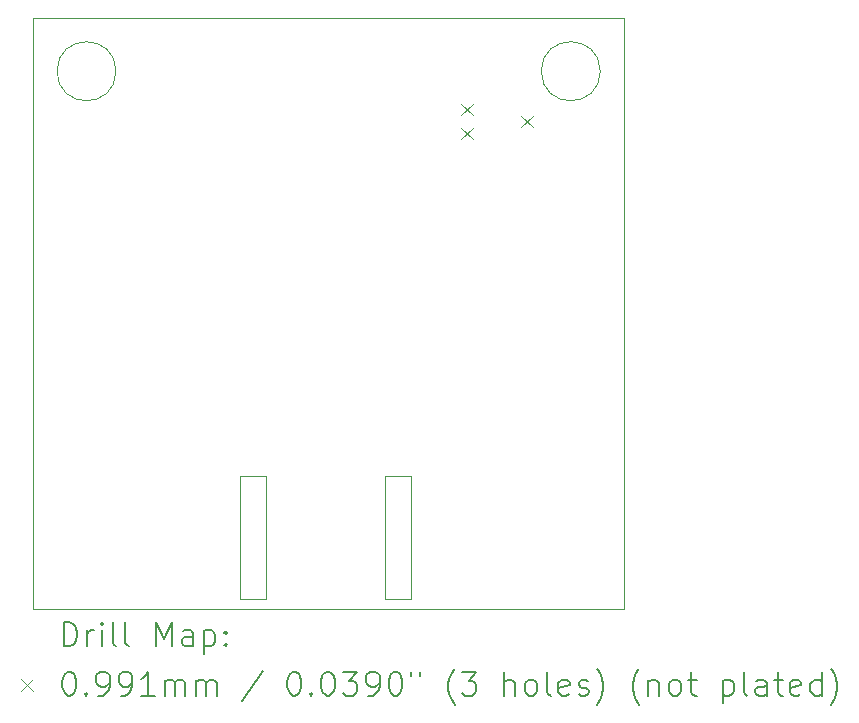
<source format=gbr>
%TF.GenerationSoftware,KiCad,Pcbnew,8.0.4*%
%TF.CreationDate,2024-08-22T20:56:23+02:00*%
%TF.ProjectId,Probe,50726f62-652e-46b6-9963-61645f706362,v1*%
%TF.SameCoordinates,Original*%
%TF.FileFunction,Drillmap*%
%TF.FilePolarity,Positive*%
%FSLAX45Y45*%
G04 Gerber Fmt 4.5, Leading zero omitted, Abs format (unit mm)*
G04 Created by KiCad (PCBNEW 8.0.4) date 2024-08-22 20:56:23*
%MOMM*%
%LPD*%
G01*
G04 APERTURE LIST*
%ADD10C,0.100000*%
%ADD11C,0.050000*%
%ADD12C,0.200000*%
G04 APERTURE END LIST*
D10*
X14800000Y-5450000D02*
G75*
G02*
X14300000Y-5450000I-250000J0D01*
G01*
X14300000Y-5450000D02*
G75*
G02*
X14800000Y-5450000I250000J0D01*
G01*
X10000000Y-5000000D02*
X15000000Y-5000000D01*
X15000000Y-10000000D01*
X10000000Y-10000000D01*
X10000000Y-5000000D01*
X10700000Y-5450000D02*
G75*
G02*
X10200000Y-5450000I-250000J0D01*
G01*
X10200000Y-5450000D02*
G75*
G02*
X10700000Y-5450000I250000J0D01*
G01*
D11*
X11750000Y-8880000D02*
X11970000Y-8880000D01*
X11970000Y-9920000D01*
X11750000Y-9920000D01*
X11750000Y-8880000D01*
X13200000Y-9920000D02*
X12980000Y-9920000D01*
X12980000Y-8880000D01*
X13200000Y-8880000D01*
X13200000Y-9920000D01*
D12*
D10*
X13621470Y-5723870D02*
X13720530Y-5822930D01*
X13720530Y-5723870D02*
X13621470Y-5822930D01*
X13621470Y-5927070D02*
X13720530Y-6026130D01*
X13720530Y-5927070D02*
X13621470Y-6026130D01*
X14129470Y-5825470D02*
X14228530Y-5924530D01*
X14228530Y-5825470D02*
X14129470Y-5924530D01*
D12*
X10255777Y-10316484D02*
X10255777Y-10116484D01*
X10255777Y-10116484D02*
X10303396Y-10116484D01*
X10303396Y-10116484D02*
X10331967Y-10126008D01*
X10331967Y-10126008D02*
X10351015Y-10145055D01*
X10351015Y-10145055D02*
X10360539Y-10164103D01*
X10360539Y-10164103D02*
X10370063Y-10202198D01*
X10370063Y-10202198D02*
X10370063Y-10230770D01*
X10370063Y-10230770D02*
X10360539Y-10268865D01*
X10360539Y-10268865D02*
X10351015Y-10287912D01*
X10351015Y-10287912D02*
X10331967Y-10306960D01*
X10331967Y-10306960D02*
X10303396Y-10316484D01*
X10303396Y-10316484D02*
X10255777Y-10316484D01*
X10455777Y-10316484D02*
X10455777Y-10183150D01*
X10455777Y-10221246D02*
X10465301Y-10202198D01*
X10465301Y-10202198D02*
X10474824Y-10192674D01*
X10474824Y-10192674D02*
X10493872Y-10183150D01*
X10493872Y-10183150D02*
X10512920Y-10183150D01*
X10579586Y-10316484D02*
X10579586Y-10183150D01*
X10579586Y-10116484D02*
X10570063Y-10126008D01*
X10570063Y-10126008D02*
X10579586Y-10135531D01*
X10579586Y-10135531D02*
X10589110Y-10126008D01*
X10589110Y-10126008D02*
X10579586Y-10116484D01*
X10579586Y-10116484D02*
X10579586Y-10135531D01*
X10703396Y-10316484D02*
X10684348Y-10306960D01*
X10684348Y-10306960D02*
X10674824Y-10287912D01*
X10674824Y-10287912D02*
X10674824Y-10116484D01*
X10808158Y-10316484D02*
X10789110Y-10306960D01*
X10789110Y-10306960D02*
X10779586Y-10287912D01*
X10779586Y-10287912D02*
X10779586Y-10116484D01*
X11036729Y-10316484D02*
X11036729Y-10116484D01*
X11036729Y-10116484D02*
X11103396Y-10259341D01*
X11103396Y-10259341D02*
X11170063Y-10116484D01*
X11170063Y-10116484D02*
X11170063Y-10316484D01*
X11351015Y-10316484D02*
X11351015Y-10211722D01*
X11351015Y-10211722D02*
X11341491Y-10192674D01*
X11341491Y-10192674D02*
X11322443Y-10183150D01*
X11322443Y-10183150D02*
X11284348Y-10183150D01*
X11284348Y-10183150D02*
X11265301Y-10192674D01*
X11351015Y-10306960D02*
X11331967Y-10316484D01*
X11331967Y-10316484D02*
X11284348Y-10316484D01*
X11284348Y-10316484D02*
X11265301Y-10306960D01*
X11265301Y-10306960D02*
X11255777Y-10287912D01*
X11255777Y-10287912D02*
X11255777Y-10268865D01*
X11255777Y-10268865D02*
X11265301Y-10249817D01*
X11265301Y-10249817D02*
X11284348Y-10240293D01*
X11284348Y-10240293D02*
X11331967Y-10240293D01*
X11331967Y-10240293D02*
X11351015Y-10230770D01*
X11446253Y-10183150D02*
X11446253Y-10383150D01*
X11446253Y-10192674D02*
X11465301Y-10183150D01*
X11465301Y-10183150D02*
X11503396Y-10183150D01*
X11503396Y-10183150D02*
X11522443Y-10192674D01*
X11522443Y-10192674D02*
X11531967Y-10202198D01*
X11531967Y-10202198D02*
X11541491Y-10221246D01*
X11541491Y-10221246D02*
X11541491Y-10278389D01*
X11541491Y-10278389D02*
X11531967Y-10297436D01*
X11531967Y-10297436D02*
X11522443Y-10306960D01*
X11522443Y-10306960D02*
X11503396Y-10316484D01*
X11503396Y-10316484D02*
X11465301Y-10316484D01*
X11465301Y-10316484D02*
X11446253Y-10306960D01*
X11627205Y-10297436D02*
X11636729Y-10306960D01*
X11636729Y-10306960D02*
X11627205Y-10316484D01*
X11627205Y-10316484D02*
X11617682Y-10306960D01*
X11617682Y-10306960D02*
X11627205Y-10297436D01*
X11627205Y-10297436D02*
X11627205Y-10316484D01*
X11627205Y-10192674D02*
X11636729Y-10202198D01*
X11636729Y-10202198D02*
X11627205Y-10211722D01*
X11627205Y-10211722D02*
X11617682Y-10202198D01*
X11617682Y-10202198D02*
X11627205Y-10192674D01*
X11627205Y-10192674D02*
X11627205Y-10211722D01*
D10*
X9895940Y-10595470D02*
X9995000Y-10694530D01*
X9995000Y-10595470D02*
X9895940Y-10694530D01*
D12*
X10293872Y-10536484D02*
X10312920Y-10536484D01*
X10312920Y-10536484D02*
X10331967Y-10546008D01*
X10331967Y-10546008D02*
X10341491Y-10555531D01*
X10341491Y-10555531D02*
X10351015Y-10574579D01*
X10351015Y-10574579D02*
X10360539Y-10612674D01*
X10360539Y-10612674D02*
X10360539Y-10660293D01*
X10360539Y-10660293D02*
X10351015Y-10698389D01*
X10351015Y-10698389D02*
X10341491Y-10717436D01*
X10341491Y-10717436D02*
X10331967Y-10726960D01*
X10331967Y-10726960D02*
X10312920Y-10736484D01*
X10312920Y-10736484D02*
X10293872Y-10736484D01*
X10293872Y-10736484D02*
X10274824Y-10726960D01*
X10274824Y-10726960D02*
X10265301Y-10717436D01*
X10265301Y-10717436D02*
X10255777Y-10698389D01*
X10255777Y-10698389D02*
X10246253Y-10660293D01*
X10246253Y-10660293D02*
X10246253Y-10612674D01*
X10246253Y-10612674D02*
X10255777Y-10574579D01*
X10255777Y-10574579D02*
X10265301Y-10555531D01*
X10265301Y-10555531D02*
X10274824Y-10546008D01*
X10274824Y-10546008D02*
X10293872Y-10536484D01*
X10446253Y-10717436D02*
X10455777Y-10726960D01*
X10455777Y-10726960D02*
X10446253Y-10736484D01*
X10446253Y-10736484D02*
X10436729Y-10726960D01*
X10436729Y-10726960D02*
X10446253Y-10717436D01*
X10446253Y-10717436D02*
X10446253Y-10736484D01*
X10551015Y-10736484D02*
X10589110Y-10736484D01*
X10589110Y-10736484D02*
X10608158Y-10726960D01*
X10608158Y-10726960D02*
X10617682Y-10717436D01*
X10617682Y-10717436D02*
X10636729Y-10688865D01*
X10636729Y-10688865D02*
X10646253Y-10650770D01*
X10646253Y-10650770D02*
X10646253Y-10574579D01*
X10646253Y-10574579D02*
X10636729Y-10555531D01*
X10636729Y-10555531D02*
X10627205Y-10546008D01*
X10627205Y-10546008D02*
X10608158Y-10536484D01*
X10608158Y-10536484D02*
X10570063Y-10536484D01*
X10570063Y-10536484D02*
X10551015Y-10546008D01*
X10551015Y-10546008D02*
X10541491Y-10555531D01*
X10541491Y-10555531D02*
X10531967Y-10574579D01*
X10531967Y-10574579D02*
X10531967Y-10622198D01*
X10531967Y-10622198D02*
X10541491Y-10641246D01*
X10541491Y-10641246D02*
X10551015Y-10650770D01*
X10551015Y-10650770D02*
X10570063Y-10660293D01*
X10570063Y-10660293D02*
X10608158Y-10660293D01*
X10608158Y-10660293D02*
X10627205Y-10650770D01*
X10627205Y-10650770D02*
X10636729Y-10641246D01*
X10636729Y-10641246D02*
X10646253Y-10622198D01*
X10741491Y-10736484D02*
X10779586Y-10736484D01*
X10779586Y-10736484D02*
X10798634Y-10726960D01*
X10798634Y-10726960D02*
X10808158Y-10717436D01*
X10808158Y-10717436D02*
X10827205Y-10688865D01*
X10827205Y-10688865D02*
X10836729Y-10650770D01*
X10836729Y-10650770D02*
X10836729Y-10574579D01*
X10836729Y-10574579D02*
X10827205Y-10555531D01*
X10827205Y-10555531D02*
X10817682Y-10546008D01*
X10817682Y-10546008D02*
X10798634Y-10536484D01*
X10798634Y-10536484D02*
X10760539Y-10536484D01*
X10760539Y-10536484D02*
X10741491Y-10546008D01*
X10741491Y-10546008D02*
X10731967Y-10555531D01*
X10731967Y-10555531D02*
X10722444Y-10574579D01*
X10722444Y-10574579D02*
X10722444Y-10622198D01*
X10722444Y-10622198D02*
X10731967Y-10641246D01*
X10731967Y-10641246D02*
X10741491Y-10650770D01*
X10741491Y-10650770D02*
X10760539Y-10660293D01*
X10760539Y-10660293D02*
X10798634Y-10660293D01*
X10798634Y-10660293D02*
X10817682Y-10650770D01*
X10817682Y-10650770D02*
X10827205Y-10641246D01*
X10827205Y-10641246D02*
X10836729Y-10622198D01*
X11027205Y-10736484D02*
X10912920Y-10736484D01*
X10970063Y-10736484D02*
X10970063Y-10536484D01*
X10970063Y-10536484D02*
X10951015Y-10565055D01*
X10951015Y-10565055D02*
X10931967Y-10584103D01*
X10931967Y-10584103D02*
X10912920Y-10593627D01*
X11112920Y-10736484D02*
X11112920Y-10603150D01*
X11112920Y-10622198D02*
X11122444Y-10612674D01*
X11122444Y-10612674D02*
X11141491Y-10603150D01*
X11141491Y-10603150D02*
X11170063Y-10603150D01*
X11170063Y-10603150D02*
X11189110Y-10612674D01*
X11189110Y-10612674D02*
X11198634Y-10631722D01*
X11198634Y-10631722D02*
X11198634Y-10736484D01*
X11198634Y-10631722D02*
X11208158Y-10612674D01*
X11208158Y-10612674D02*
X11227205Y-10603150D01*
X11227205Y-10603150D02*
X11255777Y-10603150D01*
X11255777Y-10603150D02*
X11274824Y-10612674D01*
X11274824Y-10612674D02*
X11284348Y-10631722D01*
X11284348Y-10631722D02*
X11284348Y-10736484D01*
X11379586Y-10736484D02*
X11379586Y-10603150D01*
X11379586Y-10622198D02*
X11389110Y-10612674D01*
X11389110Y-10612674D02*
X11408158Y-10603150D01*
X11408158Y-10603150D02*
X11436729Y-10603150D01*
X11436729Y-10603150D02*
X11455777Y-10612674D01*
X11455777Y-10612674D02*
X11465301Y-10631722D01*
X11465301Y-10631722D02*
X11465301Y-10736484D01*
X11465301Y-10631722D02*
X11474824Y-10612674D01*
X11474824Y-10612674D02*
X11493872Y-10603150D01*
X11493872Y-10603150D02*
X11522443Y-10603150D01*
X11522443Y-10603150D02*
X11541491Y-10612674D01*
X11541491Y-10612674D02*
X11551015Y-10631722D01*
X11551015Y-10631722D02*
X11551015Y-10736484D01*
X11941491Y-10526960D02*
X11770063Y-10784103D01*
X12198634Y-10536484D02*
X12217682Y-10536484D01*
X12217682Y-10536484D02*
X12236729Y-10546008D01*
X12236729Y-10546008D02*
X12246253Y-10555531D01*
X12246253Y-10555531D02*
X12255777Y-10574579D01*
X12255777Y-10574579D02*
X12265301Y-10612674D01*
X12265301Y-10612674D02*
X12265301Y-10660293D01*
X12265301Y-10660293D02*
X12255777Y-10698389D01*
X12255777Y-10698389D02*
X12246253Y-10717436D01*
X12246253Y-10717436D02*
X12236729Y-10726960D01*
X12236729Y-10726960D02*
X12217682Y-10736484D01*
X12217682Y-10736484D02*
X12198634Y-10736484D01*
X12198634Y-10736484D02*
X12179586Y-10726960D01*
X12179586Y-10726960D02*
X12170063Y-10717436D01*
X12170063Y-10717436D02*
X12160539Y-10698389D01*
X12160539Y-10698389D02*
X12151015Y-10660293D01*
X12151015Y-10660293D02*
X12151015Y-10612674D01*
X12151015Y-10612674D02*
X12160539Y-10574579D01*
X12160539Y-10574579D02*
X12170063Y-10555531D01*
X12170063Y-10555531D02*
X12179586Y-10546008D01*
X12179586Y-10546008D02*
X12198634Y-10536484D01*
X12351015Y-10717436D02*
X12360539Y-10726960D01*
X12360539Y-10726960D02*
X12351015Y-10736484D01*
X12351015Y-10736484D02*
X12341491Y-10726960D01*
X12341491Y-10726960D02*
X12351015Y-10717436D01*
X12351015Y-10717436D02*
X12351015Y-10736484D01*
X12484348Y-10536484D02*
X12503396Y-10536484D01*
X12503396Y-10536484D02*
X12522444Y-10546008D01*
X12522444Y-10546008D02*
X12531967Y-10555531D01*
X12531967Y-10555531D02*
X12541491Y-10574579D01*
X12541491Y-10574579D02*
X12551015Y-10612674D01*
X12551015Y-10612674D02*
X12551015Y-10660293D01*
X12551015Y-10660293D02*
X12541491Y-10698389D01*
X12541491Y-10698389D02*
X12531967Y-10717436D01*
X12531967Y-10717436D02*
X12522444Y-10726960D01*
X12522444Y-10726960D02*
X12503396Y-10736484D01*
X12503396Y-10736484D02*
X12484348Y-10736484D01*
X12484348Y-10736484D02*
X12465301Y-10726960D01*
X12465301Y-10726960D02*
X12455777Y-10717436D01*
X12455777Y-10717436D02*
X12446253Y-10698389D01*
X12446253Y-10698389D02*
X12436729Y-10660293D01*
X12436729Y-10660293D02*
X12436729Y-10612674D01*
X12436729Y-10612674D02*
X12446253Y-10574579D01*
X12446253Y-10574579D02*
X12455777Y-10555531D01*
X12455777Y-10555531D02*
X12465301Y-10546008D01*
X12465301Y-10546008D02*
X12484348Y-10536484D01*
X12617682Y-10536484D02*
X12741491Y-10536484D01*
X12741491Y-10536484D02*
X12674825Y-10612674D01*
X12674825Y-10612674D02*
X12703396Y-10612674D01*
X12703396Y-10612674D02*
X12722444Y-10622198D01*
X12722444Y-10622198D02*
X12731967Y-10631722D01*
X12731967Y-10631722D02*
X12741491Y-10650770D01*
X12741491Y-10650770D02*
X12741491Y-10698389D01*
X12741491Y-10698389D02*
X12731967Y-10717436D01*
X12731967Y-10717436D02*
X12722444Y-10726960D01*
X12722444Y-10726960D02*
X12703396Y-10736484D01*
X12703396Y-10736484D02*
X12646253Y-10736484D01*
X12646253Y-10736484D02*
X12627206Y-10726960D01*
X12627206Y-10726960D02*
X12617682Y-10717436D01*
X12836729Y-10736484D02*
X12874825Y-10736484D01*
X12874825Y-10736484D02*
X12893872Y-10726960D01*
X12893872Y-10726960D02*
X12903396Y-10717436D01*
X12903396Y-10717436D02*
X12922444Y-10688865D01*
X12922444Y-10688865D02*
X12931967Y-10650770D01*
X12931967Y-10650770D02*
X12931967Y-10574579D01*
X12931967Y-10574579D02*
X12922444Y-10555531D01*
X12922444Y-10555531D02*
X12912920Y-10546008D01*
X12912920Y-10546008D02*
X12893872Y-10536484D01*
X12893872Y-10536484D02*
X12855777Y-10536484D01*
X12855777Y-10536484D02*
X12836729Y-10546008D01*
X12836729Y-10546008D02*
X12827206Y-10555531D01*
X12827206Y-10555531D02*
X12817682Y-10574579D01*
X12817682Y-10574579D02*
X12817682Y-10622198D01*
X12817682Y-10622198D02*
X12827206Y-10641246D01*
X12827206Y-10641246D02*
X12836729Y-10650770D01*
X12836729Y-10650770D02*
X12855777Y-10660293D01*
X12855777Y-10660293D02*
X12893872Y-10660293D01*
X12893872Y-10660293D02*
X12912920Y-10650770D01*
X12912920Y-10650770D02*
X12922444Y-10641246D01*
X12922444Y-10641246D02*
X12931967Y-10622198D01*
X13055777Y-10536484D02*
X13074825Y-10536484D01*
X13074825Y-10536484D02*
X13093872Y-10546008D01*
X13093872Y-10546008D02*
X13103396Y-10555531D01*
X13103396Y-10555531D02*
X13112920Y-10574579D01*
X13112920Y-10574579D02*
X13122444Y-10612674D01*
X13122444Y-10612674D02*
X13122444Y-10660293D01*
X13122444Y-10660293D02*
X13112920Y-10698389D01*
X13112920Y-10698389D02*
X13103396Y-10717436D01*
X13103396Y-10717436D02*
X13093872Y-10726960D01*
X13093872Y-10726960D02*
X13074825Y-10736484D01*
X13074825Y-10736484D02*
X13055777Y-10736484D01*
X13055777Y-10736484D02*
X13036729Y-10726960D01*
X13036729Y-10726960D02*
X13027206Y-10717436D01*
X13027206Y-10717436D02*
X13017682Y-10698389D01*
X13017682Y-10698389D02*
X13008158Y-10660293D01*
X13008158Y-10660293D02*
X13008158Y-10612674D01*
X13008158Y-10612674D02*
X13017682Y-10574579D01*
X13017682Y-10574579D02*
X13027206Y-10555531D01*
X13027206Y-10555531D02*
X13036729Y-10546008D01*
X13036729Y-10546008D02*
X13055777Y-10536484D01*
X13198634Y-10536484D02*
X13198634Y-10574579D01*
X13274825Y-10536484D02*
X13274825Y-10574579D01*
X13570063Y-10812674D02*
X13560539Y-10803150D01*
X13560539Y-10803150D02*
X13541491Y-10774579D01*
X13541491Y-10774579D02*
X13531968Y-10755531D01*
X13531968Y-10755531D02*
X13522444Y-10726960D01*
X13522444Y-10726960D02*
X13512920Y-10679341D01*
X13512920Y-10679341D02*
X13512920Y-10641246D01*
X13512920Y-10641246D02*
X13522444Y-10593627D01*
X13522444Y-10593627D02*
X13531968Y-10565055D01*
X13531968Y-10565055D02*
X13541491Y-10546008D01*
X13541491Y-10546008D02*
X13560539Y-10517436D01*
X13560539Y-10517436D02*
X13570063Y-10507912D01*
X13627206Y-10536484D02*
X13751015Y-10536484D01*
X13751015Y-10536484D02*
X13684348Y-10612674D01*
X13684348Y-10612674D02*
X13712920Y-10612674D01*
X13712920Y-10612674D02*
X13731968Y-10622198D01*
X13731968Y-10622198D02*
X13741491Y-10631722D01*
X13741491Y-10631722D02*
X13751015Y-10650770D01*
X13751015Y-10650770D02*
X13751015Y-10698389D01*
X13751015Y-10698389D02*
X13741491Y-10717436D01*
X13741491Y-10717436D02*
X13731968Y-10726960D01*
X13731968Y-10726960D02*
X13712920Y-10736484D01*
X13712920Y-10736484D02*
X13655777Y-10736484D01*
X13655777Y-10736484D02*
X13636729Y-10726960D01*
X13636729Y-10726960D02*
X13627206Y-10717436D01*
X13989110Y-10736484D02*
X13989110Y-10536484D01*
X14074825Y-10736484D02*
X14074825Y-10631722D01*
X14074825Y-10631722D02*
X14065301Y-10612674D01*
X14065301Y-10612674D02*
X14046253Y-10603150D01*
X14046253Y-10603150D02*
X14017682Y-10603150D01*
X14017682Y-10603150D02*
X13998634Y-10612674D01*
X13998634Y-10612674D02*
X13989110Y-10622198D01*
X14198634Y-10736484D02*
X14179587Y-10726960D01*
X14179587Y-10726960D02*
X14170063Y-10717436D01*
X14170063Y-10717436D02*
X14160539Y-10698389D01*
X14160539Y-10698389D02*
X14160539Y-10641246D01*
X14160539Y-10641246D02*
X14170063Y-10622198D01*
X14170063Y-10622198D02*
X14179587Y-10612674D01*
X14179587Y-10612674D02*
X14198634Y-10603150D01*
X14198634Y-10603150D02*
X14227206Y-10603150D01*
X14227206Y-10603150D02*
X14246253Y-10612674D01*
X14246253Y-10612674D02*
X14255777Y-10622198D01*
X14255777Y-10622198D02*
X14265301Y-10641246D01*
X14265301Y-10641246D02*
X14265301Y-10698389D01*
X14265301Y-10698389D02*
X14255777Y-10717436D01*
X14255777Y-10717436D02*
X14246253Y-10726960D01*
X14246253Y-10726960D02*
X14227206Y-10736484D01*
X14227206Y-10736484D02*
X14198634Y-10736484D01*
X14379587Y-10736484D02*
X14360539Y-10726960D01*
X14360539Y-10726960D02*
X14351015Y-10707912D01*
X14351015Y-10707912D02*
X14351015Y-10536484D01*
X14531968Y-10726960D02*
X14512920Y-10736484D01*
X14512920Y-10736484D02*
X14474825Y-10736484D01*
X14474825Y-10736484D02*
X14455777Y-10726960D01*
X14455777Y-10726960D02*
X14446253Y-10707912D01*
X14446253Y-10707912D02*
X14446253Y-10631722D01*
X14446253Y-10631722D02*
X14455777Y-10612674D01*
X14455777Y-10612674D02*
X14474825Y-10603150D01*
X14474825Y-10603150D02*
X14512920Y-10603150D01*
X14512920Y-10603150D02*
X14531968Y-10612674D01*
X14531968Y-10612674D02*
X14541491Y-10631722D01*
X14541491Y-10631722D02*
X14541491Y-10650770D01*
X14541491Y-10650770D02*
X14446253Y-10669817D01*
X14617682Y-10726960D02*
X14636730Y-10736484D01*
X14636730Y-10736484D02*
X14674825Y-10736484D01*
X14674825Y-10736484D02*
X14693872Y-10726960D01*
X14693872Y-10726960D02*
X14703396Y-10707912D01*
X14703396Y-10707912D02*
X14703396Y-10698389D01*
X14703396Y-10698389D02*
X14693872Y-10679341D01*
X14693872Y-10679341D02*
X14674825Y-10669817D01*
X14674825Y-10669817D02*
X14646253Y-10669817D01*
X14646253Y-10669817D02*
X14627206Y-10660293D01*
X14627206Y-10660293D02*
X14617682Y-10641246D01*
X14617682Y-10641246D02*
X14617682Y-10631722D01*
X14617682Y-10631722D02*
X14627206Y-10612674D01*
X14627206Y-10612674D02*
X14646253Y-10603150D01*
X14646253Y-10603150D02*
X14674825Y-10603150D01*
X14674825Y-10603150D02*
X14693872Y-10612674D01*
X14770063Y-10812674D02*
X14779587Y-10803150D01*
X14779587Y-10803150D02*
X14798634Y-10774579D01*
X14798634Y-10774579D02*
X14808158Y-10755531D01*
X14808158Y-10755531D02*
X14817682Y-10726960D01*
X14817682Y-10726960D02*
X14827206Y-10679341D01*
X14827206Y-10679341D02*
X14827206Y-10641246D01*
X14827206Y-10641246D02*
X14817682Y-10593627D01*
X14817682Y-10593627D02*
X14808158Y-10565055D01*
X14808158Y-10565055D02*
X14798634Y-10546008D01*
X14798634Y-10546008D02*
X14779587Y-10517436D01*
X14779587Y-10517436D02*
X14770063Y-10507912D01*
X15131968Y-10812674D02*
X15122444Y-10803150D01*
X15122444Y-10803150D02*
X15103396Y-10774579D01*
X15103396Y-10774579D02*
X15093872Y-10755531D01*
X15093872Y-10755531D02*
X15084349Y-10726960D01*
X15084349Y-10726960D02*
X15074825Y-10679341D01*
X15074825Y-10679341D02*
X15074825Y-10641246D01*
X15074825Y-10641246D02*
X15084349Y-10593627D01*
X15084349Y-10593627D02*
X15093872Y-10565055D01*
X15093872Y-10565055D02*
X15103396Y-10546008D01*
X15103396Y-10546008D02*
X15122444Y-10517436D01*
X15122444Y-10517436D02*
X15131968Y-10507912D01*
X15208158Y-10603150D02*
X15208158Y-10736484D01*
X15208158Y-10622198D02*
X15217682Y-10612674D01*
X15217682Y-10612674D02*
X15236730Y-10603150D01*
X15236730Y-10603150D02*
X15265301Y-10603150D01*
X15265301Y-10603150D02*
X15284349Y-10612674D01*
X15284349Y-10612674D02*
X15293872Y-10631722D01*
X15293872Y-10631722D02*
X15293872Y-10736484D01*
X15417682Y-10736484D02*
X15398634Y-10726960D01*
X15398634Y-10726960D02*
X15389111Y-10717436D01*
X15389111Y-10717436D02*
X15379587Y-10698389D01*
X15379587Y-10698389D02*
X15379587Y-10641246D01*
X15379587Y-10641246D02*
X15389111Y-10622198D01*
X15389111Y-10622198D02*
X15398634Y-10612674D01*
X15398634Y-10612674D02*
X15417682Y-10603150D01*
X15417682Y-10603150D02*
X15446253Y-10603150D01*
X15446253Y-10603150D02*
X15465301Y-10612674D01*
X15465301Y-10612674D02*
X15474825Y-10622198D01*
X15474825Y-10622198D02*
X15484349Y-10641246D01*
X15484349Y-10641246D02*
X15484349Y-10698389D01*
X15484349Y-10698389D02*
X15474825Y-10717436D01*
X15474825Y-10717436D02*
X15465301Y-10726960D01*
X15465301Y-10726960D02*
X15446253Y-10736484D01*
X15446253Y-10736484D02*
X15417682Y-10736484D01*
X15541492Y-10603150D02*
X15617682Y-10603150D01*
X15570063Y-10536484D02*
X15570063Y-10707912D01*
X15570063Y-10707912D02*
X15579587Y-10726960D01*
X15579587Y-10726960D02*
X15598634Y-10736484D01*
X15598634Y-10736484D02*
X15617682Y-10736484D01*
X15836730Y-10603150D02*
X15836730Y-10803150D01*
X15836730Y-10612674D02*
X15855777Y-10603150D01*
X15855777Y-10603150D02*
X15893873Y-10603150D01*
X15893873Y-10603150D02*
X15912920Y-10612674D01*
X15912920Y-10612674D02*
X15922444Y-10622198D01*
X15922444Y-10622198D02*
X15931968Y-10641246D01*
X15931968Y-10641246D02*
X15931968Y-10698389D01*
X15931968Y-10698389D02*
X15922444Y-10717436D01*
X15922444Y-10717436D02*
X15912920Y-10726960D01*
X15912920Y-10726960D02*
X15893873Y-10736484D01*
X15893873Y-10736484D02*
X15855777Y-10736484D01*
X15855777Y-10736484D02*
X15836730Y-10726960D01*
X16046253Y-10736484D02*
X16027206Y-10726960D01*
X16027206Y-10726960D02*
X16017682Y-10707912D01*
X16017682Y-10707912D02*
X16017682Y-10536484D01*
X16208158Y-10736484D02*
X16208158Y-10631722D01*
X16208158Y-10631722D02*
X16198634Y-10612674D01*
X16198634Y-10612674D02*
X16179587Y-10603150D01*
X16179587Y-10603150D02*
X16141492Y-10603150D01*
X16141492Y-10603150D02*
X16122444Y-10612674D01*
X16208158Y-10726960D02*
X16189111Y-10736484D01*
X16189111Y-10736484D02*
X16141492Y-10736484D01*
X16141492Y-10736484D02*
X16122444Y-10726960D01*
X16122444Y-10726960D02*
X16112920Y-10707912D01*
X16112920Y-10707912D02*
X16112920Y-10688865D01*
X16112920Y-10688865D02*
X16122444Y-10669817D01*
X16122444Y-10669817D02*
X16141492Y-10660293D01*
X16141492Y-10660293D02*
X16189111Y-10660293D01*
X16189111Y-10660293D02*
X16208158Y-10650770D01*
X16274825Y-10603150D02*
X16351015Y-10603150D01*
X16303396Y-10536484D02*
X16303396Y-10707912D01*
X16303396Y-10707912D02*
X16312920Y-10726960D01*
X16312920Y-10726960D02*
X16331968Y-10736484D01*
X16331968Y-10736484D02*
X16351015Y-10736484D01*
X16493873Y-10726960D02*
X16474825Y-10736484D01*
X16474825Y-10736484D02*
X16436730Y-10736484D01*
X16436730Y-10736484D02*
X16417682Y-10726960D01*
X16417682Y-10726960D02*
X16408158Y-10707912D01*
X16408158Y-10707912D02*
X16408158Y-10631722D01*
X16408158Y-10631722D02*
X16417682Y-10612674D01*
X16417682Y-10612674D02*
X16436730Y-10603150D01*
X16436730Y-10603150D02*
X16474825Y-10603150D01*
X16474825Y-10603150D02*
X16493873Y-10612674D01*
X16493873Y-10612674D02*
X16503396Y-10631722D01*
X16503396Y-10631722D02*
X16503396Y-10650770D01*
X16503396Y-10650770D02*
X16408158Y-10669817D01*
X16674825Y-10736484D02*
X16674825Y-10536484D01*
X16674825Y-10726960D02*
X16655777Y-10736484D01*
X16655777Y-10736484D02*
X16617682Y-10736484D01*
X16617682Y-10736484D02*
X16598634Y-10726960D01*
X16598634Y-10726960D02*
X16589111Y-10717436D01*
X16589111Y-10717436D02*
X16579587Y-10698389D01*
X16579587Y-10698389D02*
X16579587Y-10641246D01*
X16579587Y-10641246D02*
X16589111Y-10622198D01*
X16589111Y-10622198D02*
X16598634Y-10612674D01*
X16598634Y-10612674D02*
X16617682Y-10603150D01*
X16617682Y-10603150D02*
X16655777Y-10603150D01*
X16655777Y-10603150D02*
X16674825Y-10612674D01*
X16751015Y-10812674D02*
X16760539Y-10803150D01*
X16760539Y-10803150D02*
X16779587Y-10774579D01*
X16779587Y-10774579D02*
X16789111Y-10755531D01*
X16789111Y-10755531D02*
X16798635Y-10726960D01*
X16798635Y-10726960D02*
X16808158Y-10679341D01*
X16808158Y-10679341D02*
X16808158Y-10641246D01*
X16808158Y-10641246D02*
X16798635Y-10593627D01*
X16798635Y-10593627D02*
X16789111Y-10565055D01*
X16789111Y-10565055D02*
X16779587Y-10546008D01*
X16779587Y-10546008D02*
X16760539Y-10517436D01*
X16760539Y-10517436D02*
X16751015Y-10507912D01*
M02*

</source>
